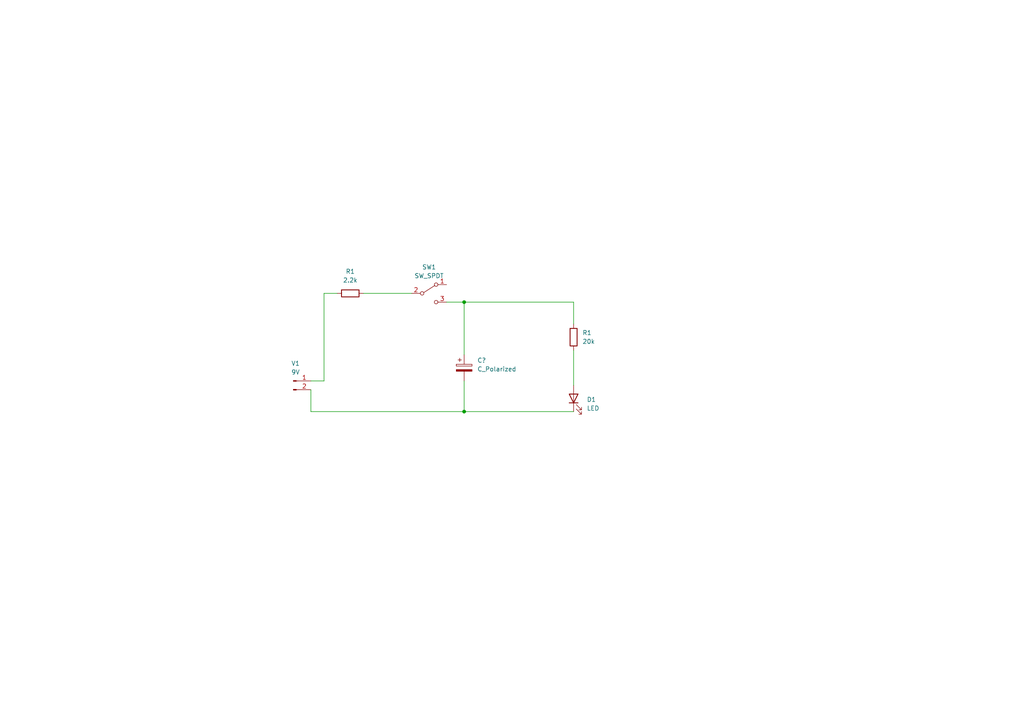
<source format=kicad_sch>
(kicad_sch (version 20211123) (generator eeschema)
  (paper "A4")
  (lib_symbols
    (symbol "Connector:Conn_01x02_Male" (pin_names (offset 1.016) hide)
      (property "Reference" "J" (at 0 2.54 0))
      (property "Value" "Conn_01x02_Male" (at 0 -5.08 0))
      (symbol "Conn_01x02_Male_1_1"
        (polyline (pts (xy 1.27 -2.54) (xy 0.8636 -2.54)) (stroke (width 0.1524)))
        (polyline (pts (xy 1.27 0) (xy 0.8636 0)) (stroke (width 0.1524)))
        (rectangle (start 0.8636 -2.413) (end 0 -2.667) (stroke (width 0.1524)) (fill (type outline)))
        (rectangle (start 0.8636 0.127) (end 0 -0.127) (stroke (width 0.1524)) (fill (type outline)))
        (pin passive line (at 5.08 0 180) (length 3.81) (name "Pin_1") (number "1"))
        (pin passive line (at 5.08 -2.54 180) (length 3.81) (name "Pin_2") (number "2"))
      )
    )
    (symbol "Device:C_Polarized" (pin_numbers hide) (pin_names (offset 0.254))
      (property "Reference" "C" (at 0.635 2.54 0))
      (property "Value" "C_Polarized" (at 0.635 -2.54 0))
      (symbol "C_Polarized_0_1"
        (rectangle (start -2.286 0.508) (end 2.286 1.016))
        (polyline (pts (xy -1.778 2.286) (xy -0.762 2.286)))
        (polyline (pts (xy -1.27 2.794) (xy -1.27 1.778)))
        (rectangle (start 2.286 -0.508) (end -2.286 -1.016) (fill (type outline)))
      )
      (symbol "C_Polarized_1_1"
        (pin passive line (at 0 3.81 270) (length 2.794) (name "~") (number "1"))
        (pin passive line (at 0 -3.81 90) (length 2.794) (name "~") (number "2"))
      )
    )
    (symbol "Device:LED" (pin_numbers hide) (pin_names (offset 1.016) hide)
      (property "Reference" "D" (at 0 2.54 0))
      (property "Value" "LED" (at 0 -2.54 0))
      (symbol "LED_0_1"
        (polyline (pts (xy -1.27 -1.27) (xy -1.27 1.27)) (stroke (width 0.254)))
        (polyline (pts (xy -1.27 0) (xy 1.27 0)))
        (polyline (pts (xy 1.27 -1.27) (xy 1.27 1.27) (xy -1.27 0) (xy 1.27 -1.27)) (stroke (width 0.254)))
        (polyline (pts (xy -3.048 -0.762) (xy -4.572 -2.286) (xy -3.81 -2.286) (xy -4.572 -2.286) (xy -4.572 -1.524)))
        (polyline (pts (xy -1.778 -0.762) (xy -3.302 -2.286) (xy -2.54 -2.286) (xy -3.302 -2.286) (xy -3.302 -1.524)))
      )
      (symbol "LED_1_1"
        (pin passive line (at -3.81 0 0) (length 2.54) (name "K") (number "1"))
        (pin passive line (at 3.81 0 180) (length 2.54) (name "A") (number "2"))
      )
    )
    (symbol "Device:R" (pin_numbers hide) (pin_names (offset 0))
      (property "Reference" "R" (at 2.032 0 90))
      (property "Value" "R" (at 0 0 90))
      (symbol "R_0_1"
        (rectangle (start -1.016 -2.54) (end 1.016 2.54) (stroke (width 0.254)))
      )
      (symbol "R_1_1"
        (pin passive line (at 0 3.81 270) (length 1.27) (name "~") (number "1"))
        (pin passive line (at 0 -3.81 90) (length 1.27) (name "~") (number "2"))
      )
    )
    (symbol "Switch:SW_SPDT" (pin_names (offset 0) hide)
      (property "Reference" "SW" (at 0 4.318 0))
      (property "Value" "SW_SPDT" (at 0 -5.08 0))
      (symbol "SW_SPDT_0_0"
        (circle (center -2.032 0) (radius 0.508))
        (circle (center 2.032 -2.54) (radius 0.508))
      )
      (symbol "SW_SPDT_0_1"
        (polyline (pts (xy -1.524 0.254) (xy 1.651 2.286)))
        (circle (center 2.032 2.54) (radius 0.508))
      )
      (symbol "SW_SPDT_1_1"
        (pin passive line (at 5.08 2.54 180) (length 2.54) (name "A") (number "1"))
        (pin passive line (at -5.08 0 0) (length 2.54) (name "B") (number "2"))
        (pin passive line (at 5.08 -2.54 180) (length 2.54) (name "C") (number "3"))
      )
    )
  )
  (junction (at 134.62 119.38))
  (junction (at 134.62 87.63))
  (wire (pts (xy 166.37 119.38) (xy 134.62 119.38)))
  (wire (pts (xy 134.62 87.63) (xy 134.62 102.87)))
  (wire (pts (xy 93.98 110.49) (xy 90.17 110.49)))
  (wire (pts (xy 93.98 85.09) (xy 97.79 85.09)))
  (wire (pts (xy 105.41 85.09) (xy 119.38 85.09)))
  (wire (pts (xy 134.62 87.63) (xy 129.54 87.63)))
  (wire (pts (xy 90.17 119.38) (xy 134.62 119.38)))
  (wire (pts (xy 90.17 119.38) (xy 90.17 113.03)))
  (wire (pts (xy 93.98 85.09) (xy 93.98 110.49)))
  (wire (pts (xy 134.62 110.49) (xy 134.62 119.38)))
  (wire (pts (xy 134.62 87.63) (xy 166.37 87.63)))
  (wire (pts (xy 166.37 101.6) (xy 166.37 111.76)))
  (wire (pts (xy 166.37 87.63) (xy 166.37 93.98)))
  (symbol (lib_id "Device:LED") (at 166.37 115.57 90) (unit 1)
    (property "Reference" "D1" (at 170.18 115.8874 90) (effects (justify right)))
    (property "Value" "LED" (at 170.18 118.4274 90) (effects (justify right)))
  )
  (symbol (lib_id "Device:C_Polarized") (at 134.62 106.68 0) (unit 1)
    (property "Reference" "C?" (at 138.43 104.5209 0) (effects (justify left)))
    (property "Value" "C_Polarized" (at 138.43 107.0609 0) (effects (justify left)))
  )
  (symbol (lib_id "Device:R") (at 166.37 97.79 180) (unit 1)
    (property "Reference" "R1" (at 168.91 96.5199 0) (effects (justify right)))
    (property "Value" "20k" (at 168.91 99.0599 0) (effects (justify right)))
  )
  (symbol (lib_id "Switch:SW_SPDT") (at 124.46 85.09 0) (unit 1)
    (property "Reference" "SW1" (at 124.46 77.47 0))
    (property "Value" "SW_SPDT" (at 124.46 80.01 0))
  )
  (symbol (lib_id "Device:R") (at 101.6 85.09 90) (unit 1)
    (property "Reference" "R1" (at 101.6 78.74 90))
    (property "Value" "2.2k" (at 101.6 81.28 90))
  )
  (symbol (lib_id "Connector:Conn_01x02_Male") (at 85.09 110.49 0) (unit 1)
    (property "Reference" "V1" (at 85.725 105.41 0))
    (property "Value" "9V" (at 85.725 107.95 0))
  )
)
</source>
